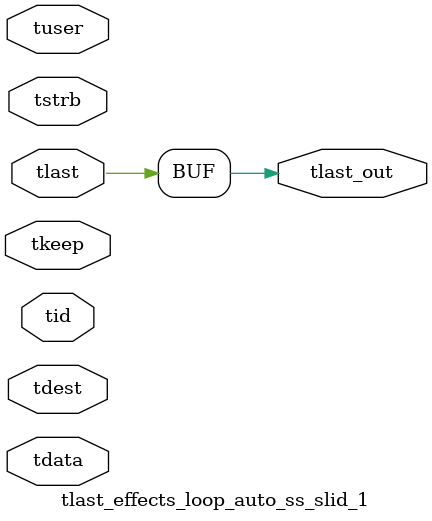
<source format=v>


`timescale 1ps/1ps

module tlast_effects_loop_auto_ss_slid_1 #
(
parameter C_S_AXIS_TID_WIDTH   = 1,
parameter C_S_AXIS_TUSER_WIDTH = 0,
parameter C_S_AXIS_TDATA_WIDTH = 0,
parameter C_S_AXIS_TDEST_WIDTH = 0
)
(
input  [(C_S_AXIS_TID_WIDTH   == 0 ? 1 : C_S_AXIS_TID_WIDTH)-1:0       ] tid,
input  [(C_S_AXIS_TDATA_WIDTH == 0 ? 1 : C_S_AXIS_TDATA_WIDTH)-1:0     ] tdata,
input  [(C_S_AXIS_TUSER_WIDTH == 0 ? 1 : C_S_AXIS_TUSER_WIDTH)-1:0     ] tuser,
input  [(C_S_AXIS_TDEST_WIDTH == 0 ? 1 : C_S_AXIS_TDEST_WIDTH)-1:0     ] tdest,
input  [(C_S_AXIS_TDATA_WIDTH/8)-1:0 ] tkeep,
input  [(C_S_AXIS_TDATA_WIDTH/8)-1:0 ] tstrb,
input  [0:0]                                                             tlast,
output                                                                   tlast_out
);

assign tlast_out = {tlast};

endmodule


</source>
